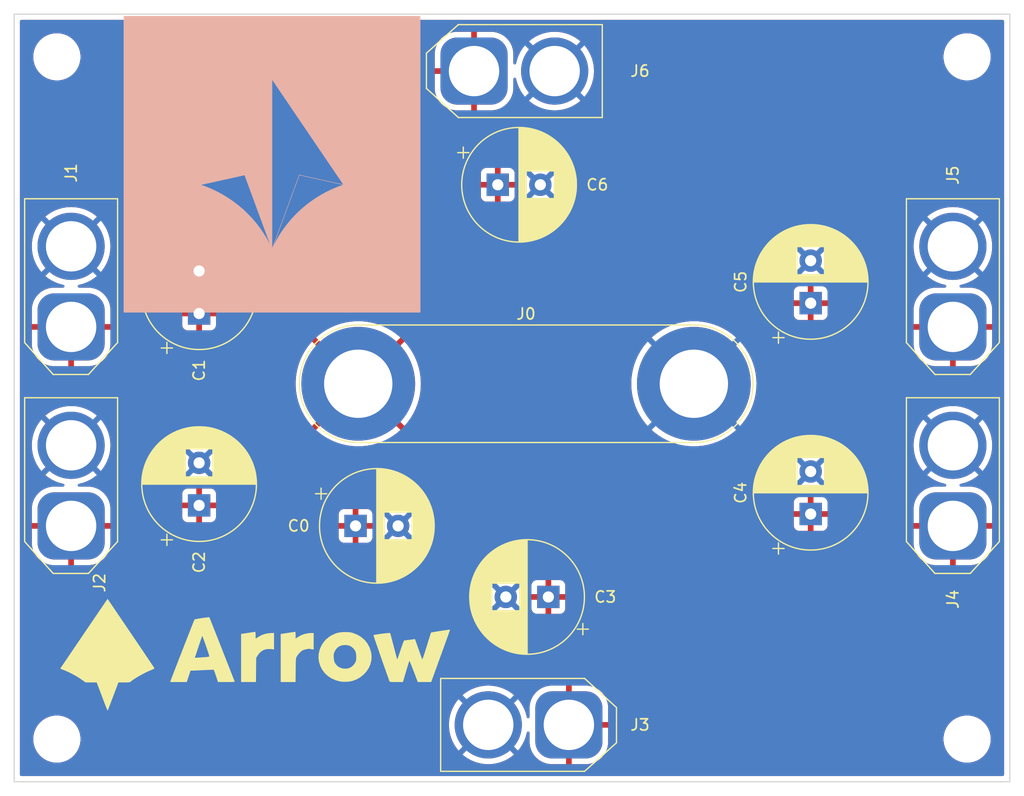
<source format=kicad_pcb>
(kicad_pcb (version 20211014) (generator pcbnew)
  (title_block (title "Power Distribution Board") (date "2022-11-30") (rev "V1") (company "ArrowAir") (comment 1 "by 21stCenturyCOTYK") (comment 4 "AISLER Project ID: PJTEJEIP"))
  (layers (0 "F.Cu" signal) (31 "B.Cu" signal) (34 "B.Paste" user) (35 "F.Paste" user) (36 "B.SilkS" user "B.Silkscreen") (37 "F.SilkS" user "F.Silkscreen") (38 "B.Mask" user) (39 "F.Mask" user) (44 "Edge.Cuts" user))
  (net 0 "")
  (net 1 "VCC")
  (net 2 "GND")
  (footprint "MountingHole:MountingHole_3.2mm_M3" (layer "F.Cu") (at 133.35 21.59)
    (fp_text reference "H3" hide)
    (fp_text value "MountingHole" hide)
    (pad "" np_thru_hole circle (at 0 0) (size 3.2 3.2) (drill 3.2) (layers *.Cu *.Mask))
  )
  (footprint "Capacitor_THT:CP_Radial_D10.0mm_P3.80mm" (layer "F.Cu") (at 119.38 43.6 90)
    (fp_text reference "C5" (at 1.9 -6.25 90) (layer "F.SilkS"))
    (fp_text value "333uF")
    (pad "1" thru_hole rect (at 0 0 90) (size 2 2) (drill 1) (layers *.Cu *.Mask) (net 1 "VCC"))
    (pad "2" thru_hole circle (at 3.8 0 90) (size 2 2) (drill 1) (layers *.Cu *.Mask) (net 2 "GND"))
  )
  (footprint "Connector_AMASS:AMASS_XT60-M_1x02_P7.20mm_Vertical" (layer "F.Cu") (at 132.08 63.5 90)
    (fp_text reference "J4" (at -6.56 0 90) (layer "F.SilkS"))
    (fp_text value "O4")
    (pad "1" thru_hole roundrect (at 0 0 90) (size 6 6) (drill 4.5) (layers *.Cu *.Mask) (net 1 "VCC"))
    (pad "2" thru_hole circle (at 7.2 0 90) (size 6 6) (drill 4.5) (layers *.Cu *.Mask) (net 2 "GND"))
  )
  (footprint "MountingHole:MountingHole_3.2mm_M3" (layer "F.Cu") (at 133.35 82.55)
    (fp_text reference "H1" hide)
    (fp_text value "MountingHole" hide)
    (pad "" np_thru_hole circle (at 0 0) (size 3.2 3.2) (drill 3.2) (layers *.Cu *.Mask))
  )
  (footprint "Connector_AMASS:AMASS_XT60-M_1x02_P7.20mm_Vertical" (layer "F.Cu") (at 53.34 45.72 90)
    (fp_text reference "J1" (at 13.76 0 90) (layer "F.SilkS"))
    (fp_text value "O1")
    (pad "1" thru_hole roundrect (at 0 0 90) (size 6 6) (drill 4.5) (layers *.Cu *.Mask) (net 1 "VCC"))
    (pad "2" thru_hole circle (at 7.2 0 90) (size 6 6) (drill 4.5) (layers *.Cu *.Mask) (net 2 "GND"))
  )
  (footprint "Power Distribution Board A:ArrowLogoFull" (layer "F.Cu") (at 69.85 74.93)
    (fp_text reference "G***" hide)
    (fp_text value "LOGO" hide)
  )
  (footprint "Connector:Banana_Jack_2Pin" (layer "F.Cu") (at 78.98 50.8)
    (fp_text reference "J0" (at 14.985 -6.24) (layer "F.SilkS"))
    (fp_text value "Battery Input")
    (pad "1" thru_hole circle (at 0 0) (size 10.16 10.16) (drill 6.1) (layers *.Cu *.Mask) (net 1 "VCC"))
    (pad "2" thru_hole circle (at 29.97 0) (size 10.16 10.16) (drill 6.1) (layers *.Cu *.Mask) (net 2 "GND"))
  )
  (footprint "Connector_AMASS:AMASS_XT60-M_1x02_P7.20mm_Vertical" (layer "F.Cu") (at 132.08 45.72 90)
    (fp_text reference "J5" (at 13.55 0 90) (layer "F.SilkS"))
    (fp_text value "O5")
    (pad "1" thru_hole roundrect (at 0 0 90) (size 6 6) (drill 4.5) (layers *.Cu *.Mask) (net 1 "VCC"))
    (pad "2" thru_hole circle (at 7.2 0 90) (size 6 6) (drill 4.5) (layers *.Cu *.Mask) (net 2 "GND"))
  )
  (footprint "MountingHole:MountingHole_3.2mm_M3" (layer "F.Cu") (at 52.07 21.59)
    (fp_text reference "H4" hide)
    (fp_text value "MountingHole" hide)
    (pad "" np_thru_hole circle (at 0 0) (size 3.2 3.2) (drill 3.2) (layers *.Cu *.Mask))
  )
  (footprint "Connector_AMASS:AMASS_XT60-M_1x02_P7.20mm_Vertical" (layer "F.Cu") (at 53.34 63.5 90)
    (fp_text reference "J2" (at -5.08 2.54 90) (layer "F.SilkS"))
    (fp_text value "O2")
    (pad "1" thru_hole roundrect (at 0 0 90) (size 6 6) (drill 4.5) (layers *.Cu *.Mask) (net 1 "VCC"))
    (pad "2" thru_hole circle (at 7.2 0 90) (size 6 6) (drill 4.5) (layers *.Cu *.Mask) (net 2 "GND"))
  )
  (footprint "Capacitor_THT:CP_Radial_D10.0mm_P3.80mm" (layer "F.Cu") (at 64.77 44.522677 90)
    (fp_text reference "C1" (at -5.08 0 90) (layer "F.SilkS"))
    (fp_text value "333uF")
    (pad "1" thru_hole rect (at 0 0 90) (size 2 2) (drill 1) (layers *.Cu *.Mask) (net 1 "VCC"))
    (pad "2" thru_hole circle (at 3.8 0 90) (size 2 2) (drill 1) (layers *.Cu *.Mask) (net 2 "GND"))
  )
  (footprint "Capacitor_THT:CP_Radial_D10.0mm_P3.80mm" (layer "F.Cu") (at 78.74 63.5)
    (fp_text reference "C0" (at -5.08 0) (layer "F.SilkS"))
    (fp_text value "1000uF")
    (pad "1" thru_hole rect (at 0 0) (size 2 2) (drill 1) (layers *.Cu *.Mask) (net 1 "VCC"))
    (pad "2" thru_hole circle (at 3.8 0) (size 2 2) (drill 1) (layers *.Cu *.Mask) (net 2 "GND"))
  )
  (footprint "Connector_AMASS:AMASS_XT60-M_1x02_P7.20mm_Vertical" (layer "F.Cu") (at 89.32 22.86)
    (fp_text reference "J6" (at 14.82 0 180) (layer "F.SilkS"))
    (fp_text value "O6")
    (pad "1" thru_hole roundrect (at 0 0) (size 6 6) (drill 4.5) (layers *.Cu *.Mask) (net 1 "VCC"))
    (pad "2" thru_hole circle (at 7.2 0) (size 6 6) (drill 4.5) (layers *.Cu *.Mask) (net 2 "GND"))
  )
  (footprint "Capacitor_THT:CP_Radial_D10.0mm_P3.80mm" (layer "F.Cu") (at 64.77 61.667677 90)
    (fp_text reference "C2" (at -5.08 0 90) (layer "F.SilkS"))
    (fp_text value "333uF")
    (pad "1" thru_hole rect (at 0 0 90) (size 2 2) (drill 1) (layers *.Cu *.Mask) (net 1 "VCC"))
    (pad "2" thru_hole circle (at 3.8 0 90) (size 2 2) (drill 1) (layers *.Cu *.Mask) (net 2 "GND"))
  )
  (footprint "Capacitor_THT:CP_Radial_D10.0mm_P3.80mm" (layer "F.Cu") (at 95.957677 69.85 180)
    (fp_text reference "C3" (at -5.08 0) (layer "F.SilkS"))
    (fp_text value "333uF")
    (pad "1" thru_hole rect (at 0 0 180) (size 2 2) (drill 1) (layers *.Cu *.Mask) (net 1 "VCC"))
    (pad "2" thru_hole circle (at 3.8 0 180) (size 2 2) (drill 1) (layers *.Cu *.Mask) (net 2 "GND"))
  )
  (footprint "Capacitor_THT:CP_Radial_D10.0mm_P3.80mm" (layer "F.Cu") (at 119.38 62.44 90)
    (fp_text reference "C4" (at 1.9 -6.25 90) (layer "F.SilkS"))
    (fp_text value "333uF")
    (pad "1" thru_hole rect (at 0 0 90) (size 2 2) (drill 1) (layers *.Cu *.Mask) (net 1 "VCC"))
    (pad "2" thru_hole circle (at 3.8 0 90) (size 2 2) (drill 1) (layers *.Cu *.Mask) (net 2 "GND"))
  )
  (footprint "MountingHole:MountingHole_3.2mm_M3" (layer "F.Cu") (at 52.07 82.55)
    (fp_text reference "H2" hide)
    (fp_text value "MountingHole" hide)
    (pad "" np_thru_hole circle (at 0 0) (size 3.2 3.2) (drill 3.2) (layers *.Cu *.Mask))
  )
  (footprint "Capacitor_THT:CP_Radial_D10.0mm_P3.80mm" (layer "F.Cu") (at 91.44 33.02)
    (fp_text reference "C6" (at 8.89 0) (layer "F.SilkS"))
    (fp_text value "333uF")
    (pad "1" thru_hole rect (at 0 0) (size 2 2) (drill 1) (layers *.Cu *.Mask) (net 1 "VCC"))
    (pad "2" thru_hole circle (at 3.8 0) (size 2 2) (drill 1) (layers *.Cu *.Mask) (net 2 "GND"))
  )
  (footprint "Connector_AMASS:AMASS_XT60-M_1x02_P7.20mm_Vertical" (layer "F.Cu") (at 97.79 81.28 180)
    (fp_text reference "J3" (at -6.35 0) (layer "F.SilkS"))
    (fp_text value "O3")
    (pad "1" thru_hole roundrect (at 0 0 180) (size 6 6) (drill 4.5) (layers *.Cu *.Mask) (net 1 "VCC"))
    (pad "2" thru_hole circle (at 7.2 0 180) (size 6 6) (drill 4.5) (layers *.Cu *.Mask) (net 2 "GND"))
  )
  (gr_poly (pts (xy 75.536376 32.548844) (xy 73.720476 32.147146) (xy 73.720696 32.146548)) (layer "B.SilkS") (width 0.04) (fill solid))
  (gr_poly (pts (xy 84.510404 44.416863) (xy 58.052071 44.416863) (xy 58.052071 38.781238) (xy 71.28013 38.781238) (xy 71.280139 38.781577) (xy 71.280166 38.781914) (xy 71.280211 38.782251) (xy 71.280274 38.782585) (xy 71.280355 38.782916) (xy 71.280455 38.783244) (xy 71.280572 38.783567) (xy 71.280708 38.783884) (xy 71.280708 38.779123) (xy 71.284364 38.779123) (xy 71.284373 38.779462) (xy 71.2844 38.779799) (xy 71.284445 38.780136) (xy 71.284509 38.78047) (xy 71.28459 38.780801) (xy 71.284689 38.781129) (xy 71.284807 38.781452) (xy 71.284942 38.78177) (xy 71.285108 38.781458) (xy 71.285252 38.781139) (xy 71.285374 38.780813) (xy 71.285473 38.780482) (xy 71.285551 38.780146) (xy 71.285606 38.779807) (xy 71.285639 38.779466) (xy 71.28565 38.779124) (xy 71.285639 38.778781) (xy 71.285606 38.77844) (xy 71.285551 38.778101) (xy 71.285473 38.777766) (xy 71.285374 38.777434) (xy 71.285252 38.777109) (xy 71.285108 38.776789) (xy 71.284942 38.776478) (xy 71.284942 38.776476) (xy 71.284807 38.776794) (xy 71.284689 38.777117) (xy 71.28459 38.777445) (xy 71.284509 38.777776) (xy 71.284445 38.77811) (xy 71.2844 38.778446) (xy 71.284373 38.778784) (xy 71.284364 38.779123) (xy 71.280708 38.779123) (xy 71.280708 38.778594) (xy 71.280572 38.778912) (xy 71.280455 38.779234) (xy 71.280355 38.779561) (xy 71.280274 38.779892) (xy 71.280211 38.780226) (xy 71.280166 38.780562) (xy 71.280139 38.7809) (xy 71.28013 38.781238) (xy 58.052071 38.781238) (xy 58.052071 33.022848) (xy 64.884142 33.022848) (xy 64.886525 33.02232) (xy 64.889963 33.02232) (xy 65.421015 33.214346) (xy 65.938477 33.432501) (xy 66.441506 33.675973) (xy 66.929264 33.943954) (xy 67.400907 34.235632) (xy 67.855596 34.550198) (xy 68.292488 34.886841) (xy 68.710744 35.244753) (xy 69.109522 35.623122) (xy 69.487982 36.021138) (xy 69.845281 36.437992) (xy 70.180579 36.872874) (xy 70.493035 37.324974) (xy 70.781809 37.79348) (xy 71.046058 38.277585) (xy 71.249755 38.70299) (xy 71.277534 38.778594) (xy 71.280708 38.778594) (xy 71.280708 38.767633) (xy 71.282988 38.772395) (xy 71.280886 38.77811) (xy 71.282988 38.772396) (xy 71.284942 38.776476) (xy 71.291821 38.757955) (xy 71.530848 38.261097) (xy 71.79513 37.778924) (xy 72.08383 37.312243) (xy 72.396109 36.861861) (xy 72.731127 36.428585) (xy 73.088046 36.013222) (xy 73.466027 35.616578) (xy 73.864232 35.239461) (xy 74.281822 34.882678) (xy 74.717958 34.547036) (xy 75.171801 34.23334) (xy 75.642513 33.9424) (xy 76.129255 33.67502) (xy 76.631188 33.432009) (xy 77.147475 33.214174) (xy 77.677274 33.02232) (xy 74.900207 28.930273) (xy 77.676745 33.02232) (xy 77.675079 33.021951) (xy 74.899679 28.930802) (xy 71.280708 23.59204) (xy 71.280708 38.767633) (xy 71.249755 38.70299) (xy 68.84072 32.146548) (xy 64.890571 33.021424) (xy 64.889963 33.02232) (xy 64.886525 33.02232) (xy 64.890571 33.021424) (xy 67.66703 28.931861) (xy 71.077222 23.892226) (xy 71.280708 23.59204) (xy 71.280708 23.591511) (xy 71.077222 23.892226) (xy 67.661737 28.930801) (xy 64.884142 33.022848) (xy 58.052071 33.022848) (xy 58.052071 17.958532) (xy 84.510404 17.958532)) (layer "B.SilkS") (width 0.04) (fill solid))
  (gr_poly (pts (xy 77.675079 33.021951) (xy 77.675688 33.022848) (xy 75.536376 32.548844)) (layer "B.SilkS") (width 0.04) (fill solid))
  (gr_poly (pts (xy 73.720476 32.147146) (xy 71.282988 38.772396) (xy 71.282988 38.772395) (xy 73.720167 32.147077)) (layer "B.SilkS") (width 0.04) (fill solid))
  (gr_line (start 48.26 86.36) (end 137.16 86.36) (layer "Edge.Cuts") (width 0.1))
  (gr_line (start 137.16 17.78) (end 48.26 17.78) (layer "Edge.Cuts") (width 0.1))
  (gr_line (start 48.26 17.78) (end 48.26 86.36) (layer "Edge.Cuts") (width 0.1))
  (gr_line (start 137.16 86.36) (end 137.16 17.78) (layer "Edge.Cuts") (width 0.1))
  (zone (net 1) (net_name "VCC") (layer "F.Cu") (connect_pads (clearance 0.508)) (min_thickness 0.254) (fill yes (thermal_gap 0.508) (thermal_bridge_width 0.508) (smoothing fillet))
    (polygon (pts (xy 138.43 87.63) (xy 46.99 87.63) (xy 46.99 16.51) (xy 138.43 16.51)))
  )
  (zone (net 2) (net_name "GND") (layer "B.Cu") (connect_pads (clearance 0.508)) (min_thickness 0.254) (fill yes (thermal_gap 0.508) (thermal_bridge_width 0.508) (smoothing fillet))
    (polygon (pts (xy 138.43 87.63) (xy 46.99 87.63) (xy 46.99 16.51) (xy 138.43 16.51)))
  )
)
</source>
